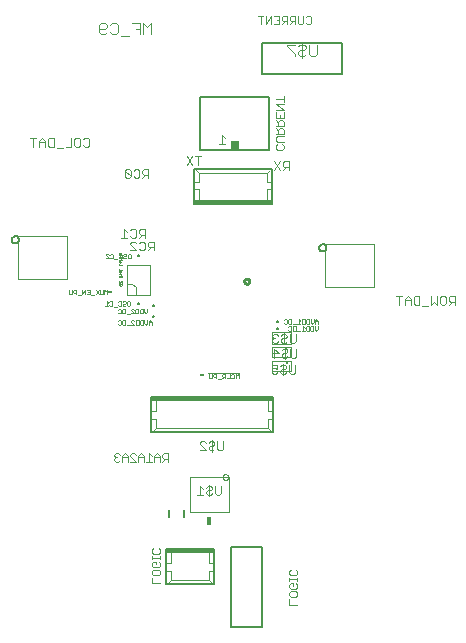
<source format=gbo>
G75*
%MOIN*%
%OFA0B0*%
%FSLAX24Y24*%
%IPPOS*%
%LPD*%
%AMOC8*
5,1,8,0,0,1.08239X$1,22.5*
%
%ADD10C,0.0100*%
%ADD11C,0.0030*%
%ADD12C,0.0020*%
%ADD13C,0.0010*%
%ADD14C,0.0050*%
%ADD15C,0.0008*%
%ADD16R,0.0118X0.0079*%
%ADD17C,0.0039*%
%ADD18C,0.0080*%
%ADD19R,0.4035X0.0148*%
%ADD20C,0.0059*%
%ADD21C,0.0004*%
%ADD22R,0.0250X0.0250*%
%ADD23C,0.0060*%
%ADD24R,0.0160X0.0280*%
%ADD25R,0.1575X0.0148*%
%ADD26R,0.2559X0.0148*%
D10*
X014879Y019158D02*
X014881Y019176D01*
X014886Y019193D01*
X014895Y019208D01*
X014907Y019221D01*
X014921Y019232D01*
X014938Y019239D01*
X014955Y019243D01*
X014973Y019243D01*
X014990Y019239D01*
X015006Y019232D01*
X015021Y019221D01*
X015033Y019208D01*
X015042Y019193D01*
X015047Y019176D01*
X015049Y019158D01*
X015047Y019140D01*
X015042Y019123D01*
X015033Y019108D01*
X015021Y019095D01*
X015007Y019084D01*
X014990Y019077D01*
X014973Y019073D01*
X014955Y019073D01*
X014938Y019077D01*
X014922Y019084D01*
X014907Y019095D01*
X014895Y019108D01*
X014886Y019123D01*
X014881Y019140D01*
X014879Y019158D01*
D11*
X015858Y017395D02*
X015810Y017347D01*
X015810Y017299D01*
X015858Y017250D01*
X015810Y017202D01*
X015810Y017154D01*
X015858Y017105D01*
X015955Y017105D01*
X016003Y017154D01*
X016104Y017154D02*
X016104Y017202D01*
X016153Y017250D01*
X016249Y017250D01*
X016298Y017299D01*
X016298Y017347D01*
X016249Y017395D01*
X016153Y017395D01*
X016104Y017347D01*
X016003Y017347D02*
X015955Y017395D01*
X015858Y017395D01*
X015858Y017250D02*
X015906Y017250D01*
X016104Y017154D02*
X016153Y017105D01*
X016249Y017105D01*
X016298Y017154D01*
X016399Y017154D02*
X016399Y017395D01*
X016592Y017395D02*
X016592Y017154D01*
X016544Y017105D01*
X016447Y017105D01*
X016399Y017154D01*
X016201Y017057D02*
X016201Y017444D01*
X016221Y016952D02*
X016221Y016565D01*
X016269Y016613D02*
X016172Y016613D01*
X016124Y016661D01*
X016124Y016710D01*
X016172Y016758D01*
X016269Y016758D01*
X016318Y016807D01*
X016318Y016855D01*
X016269Y016903D01*
X016172Y016903D01*
X016124Y016855D01*
X016023Y016758D02*
X015829Y016758D01*
X015878Y016613D02*
X015878Y016903D01*
X016023Y016758D01*
X016269Y016613D02*
X016318Y016661D01*
X016419Y016661D02*
X016419Y016903D01*
X016612Y016903D02*
X016612Y016661D01*
X016564Y016613D01*
X016467Y016613D01*
X016419Y016661D01*
X016379Y016364D02*
X016379Y016122D01*
X016428Y016074D01*
X016524Y016074D01*
X016573Y016122D01*
X016573Y016364D01*
X016278Y016316D02*
X016230Y016364D01*
X016133Y016364D01*
X016085Y016316D01*
X016133Y016219D02*
X016230Y016219D01*
X016278Y016267D01*
X016278Y016316D01*
X016181Y016412D02*
X016181Y016025D01*
X016133Y016074D02*
X016085Y016122D01*
X016085Y016170D01*
X016133Y016219D01*
X016133Y016074D02*
X016230Y016074D01*
X016278Y016122D01*
X015983Y016122D02*
X015935Y016074D01*
X015838Y016074D01*
X015790Y016122D01*
X015790Y016219D01*
X015838Y016267D01*
X015887Y016267D01*
X015983Y016219D01*
X015983Y016364D01*
X015790Y016364D01*
X013788Y013865D02*
X013788Y013478D01*
X013836Y013526D02*
X013739Y013526D01*
X013691Y013575D01*
X013691Y013623D01*
X013739Y013672D01*
X013836Y013672D01*
X013884Y013720D01*
X013884Y013768D01*
X013836Y013817D01*
X013739Y013817D01*
X013691Y013768D01*
X013590Y013768D02*
X013541Y013817D01*
X013445Y013817D01*
X013396Y013768D01*
X013396Y013720D01*
X013590Y013526D01*
X013396Y013526D01*
X013836Y013526D02*
X013884Y013575D01*
X013986Y013575D02*
X013986Y013817D01*
X014179Y013817D02*
X014179Y013575D01*
X014131Y013526D01*
X014034Y013526D01*
X013986Y013575D01*
X013709Y012377D02*
X013709Y011990D01*
X013757Y012038D02*
X013661Y012038D01*
X013612Y012087D01*
X013612Y012135D01*
X013661Y012183D01*
X013757Y012183D01*
X013806Y012232D01*
X013806Y012280D01*
X013757Y012328D01*
X013661Y012328D01*
X013612Y012280D01*
X013511Y012232D02*
X013414Y012328D01*
X013414Y012038D01*
X013318Y012038D02*
X013511Y012038D01*
X013757Y012038D02*
X013806Y012087D01*
X013907Y012087D02*
X013907Y012328D01*
X014100Y012328D02*
X014100Y012087D01*
X014052Y012038D01*
X013955Y012038D01*
X013907Y012087D01*
X020031Y018373D02*
X020031Y018663D01*
X020128Y018663D02*
X019934Y018663D01*
X020229Y018566D02*
X020229Y018373D01*
X020229Y018518D02*
X020422Y018518D01*
X020422Y018566D02*
X020326Y018663D01*
X020229Y018566D01*
X020422Y018566D02*
X020422Y018373D01*
X020524Y018421D02*
X020524Y018615D01*
X020572Y018663D01*
X020717Y018663D01*
X020717Y018373D01*
X020572Y018373D01*
X020524Y018421D01*
X020818Y018325D02*
X021012Y018325D01*
X021113Y018373D02*
X021113Y018663D01*
X021306Y018663D02*
X021306Y018373D01*
X021210Y018470D01*
X021113Y018373D01*
X021407Y018421D02*
X021407Y018615D01*
X021456Y018663D01*
X021553Y018663D01*
X021601Y018615D01*
X021601Y018421D01*
X021553Y018373D01*
X021456Y018373D01*
X021407Y018421D01*
X021702Y018373D02*
X021799Y018470D01*
X021751Y018470D02*
X021896Y018470D01*
X021896Y018373D02*
X021896Y018663D01*
X021751Y018663D01*
X021702Y018615D01*
X021702Y018518D01*
X021751Y018470D01*
X016364Y022869D02*
X016364Y023159D01*
X016219Y023159D01*
X016171Y023111D01*
X016171Y023014D01*
X016219Y022966D01*
X016364Y022966D01*
X016267Y022966D02*
X016171Y022869D01*
X016069Y022869D02*
X015876Y023159D01*
X016069Y023159D02*
X015876Y022869D01*
X014222Y023744D02*
X014028Y023744D01*
X014125Y023744D02*
X014125Y024034D01*
X014222Y023937D01*
X013443Y023321D02*
X013249Y023321D01*
X013346Y023321D02*
X013346Y023030D01*
X013148Y023030D02*
X012955Y023321D01*
X013148Y023321D02*
X012955Y023030D01*
X011679Y022895D02*
X011679Y022605D01*
X011679Y022702D02*
X011534Y022702D01*
X011486Y022750D01*
X011486Y022847D01*
X011534Y022895D01*
X011679Y022895D01*
X011582Y022702D02*
X011486Y022605D01*
X011384Y022654D02*
X011384Y022847D01*
X011336Y022895D01*
X011239Y022895D01*
X011191Y022847D01*
X011090Y022847D02*
X011041Y022895D01*
X010945Y022895D01*
X010896Y022847D01*
X011090Y022654D01*
X011041Y022605D01*
X010945Y022605D01*
X010896Y022654D01*
X010896Y022847D01*
X011090Y022847D02*
X011090Y022654D01*
X011191Y022654D02*
X011239Y022605D01*
X011336Y022605D01*
X011384Y022654D01*
X009707Y023693D02*
X009658Y023645D01*
X009562Y023645D01*
X009513Y023693D01*
X009412Y023693D02*
X009364Y023645D01*
X009267Y023645D01*
X009219Y023693D01*
X009219Y023886D01*
X009267Y023935D01*
X009364Y023935D01*
X009412Y023886D01*
X009412Y023693D01*
X009513Y023886D02*
X009562Y023935D01*
X009658Y023935D01*
X009707Y023886D01*
X009707Y023693D01*
X009117Y023645D02*
X008924Y023645D01*
X008823Y023596D02*
X008629Y023596D01*
X008528Y023645D02*
X008383Y023645D01*
X008335Y023693D01*
X008335Y023886D01*
X008383Y023935D01*
X008528Y023935D01*
X008528Y023645D01*
X008233Y023645D02*
X008233Y023838D01*
X008137Y023935D01*
X008040Y023838D01*
X008040Y023645D01*
X008040Y023790D02*
X008233Y023790D01*
X007939Y023935D02*
X007745Y023935D01*
X007842Y023935D02*
X007842Y023645D01*
X009117Y023645D02*
X009117Y023935D01*
X010879Y020899D02*
X010879Y020609D01*
X010976Y020609D02*
X010782Y020609D01*
X010976Y020803D02*
X010879Y020899D01*
X011077Y020851D02*
X011125Y020899D01*
X011222Y020899D01*
X011270Y020851D01*
X011270Y020657D01*
X011222Y020609D01*
X011125Y020609D01*
X011077Y020657D01*
X011126Y020478D02*
X011077Y020430D01*
X011077Y020381D01*
X011271Y020188D01*
X011077Y020188D01*
X011126Y020478D02*
X011223Y020478D01*
X011271Y020430D01*
X011372Y020430D02*
X011420Y020478D01*
X011517Y020478D01*
X011566Y020430D01*
X011566Y020236D01*
X011517Y020188D01*
X011420Y020188D01*
X011372Y020236D01*
X011667Y020188D02*
X011763Y020285D01*
X011715Y020285D02*
X011860Y020285D01*
X011860Y020188D02*
X011860Y020478D01*
X011715Y020478D01*
X011667Y020430D01*
X011667Y020333D01*
X011715Y020285D01*
X011565Y020609D02*
X011565Y020899D01*
X011420Y020899D01*
X011371Y020851D01*
X011371Y020754D01*
X011420Y020706D01*
X011565Y020706D01*
X011468Y020706D02*
X011371Y020609D01*
X016561Y026676D02*
X016561Y026738D01*
X016314Y026985D01*
X016314Y027046D01*
X016561Y027046D01*
X016682Y026985D02*
X016744Y027046D01*
X016867Y027046D01*
X016929Y026985D01*
X016929Y026923D01*
X016867Y026861D01*
X016744Y026861D01*
X016682Y026799D01*
X016682Y026738D01*
X016744Y026676D01*
X016867Y026676D01*
X016929Y026738D01*
X017050Y026738D02*
X017050Y027046D01*
X017297Y027046D02*
X017297Y026738D01*
X017235Y026676D01*
X017112Y026676D01*
X017050Y026738D01*
X016805Y026614D02*
X016805Y027108D01*
X011762Y027389D02*
X011762Y027759D01*
X011638Y027635D01*
X011515Y027759D01*
X011515Y027389D01*
X011393Y027389D02*
X011393Y027759D01*
X011147Y027759D01*
X011270Y027574D02*
X011393Y027574D01*
X011025Y027327D02*
X010778Y027327D01*
X010657Y027450D02*
X010595Y027389D01*
X010472Y027389D01*
X010410Y027450D01*
X010289Y027450D02*
X010227Y027389D01*
X010103Y027389D01*
X010042Y027450D01*
X010042Y027697D01*
X010103Y027759D01*
X010227Y027759D01*
X010289Y027697D01*
X010289Y027635D01*
X010227Y027574D01*
X010042Y027574D01*
X010410Y027697D02*
X010472Y027759D01*
X010595Y027759D01*
X010657Y027697D01*
X010657Y027450D01*
D12*
X011806Y009280D02*
X011806Y009100D01*
X012077Y009100D01*
X012334Y009108D02*
X012432Y009206D01*
X013712Y009206D01*
X013810Y009108D01*
X013712Y009206D02*
X013712Y009502D01*
X013859Y009502D01*
X013859Y009748D02*
X013712Y009748D01*
X013712Y010141D01*
X012432Y010141D02*
X012432Y009748D01*
X012285Y009748D01*
X012077Y009769D02*
X012077Y009679D01*
X012032Y009634D01*
X011851Y009634D01*
X011806Y009679D01*
X011806Y009769D01*
X011851Y009814D01*
X011942Y009814D01*
X011942Y009724D01*
X012032Y009814D02*
X012077Y009769D01*
X012077Y009901D02*
X012077Y009991D01*
X012077Y009946D02*
X011806Y009946D01*
X011806Y009901D02*
X011806Y009991D01*
X011851Y010079D02*
X011806Y010124D01*
X011806Y010214D01*
X011851Y010259D01*
X011851Y010079D02*
X012032Y010079D01*
X012077Y010124D01*
X012077Y010214D01*
X012032Y010259D01*
X012032Y009547D02*
X011851Y009547D01*
X011806Y009502D01*
X011806Y009412D01*
X011851Y009367D01*
X012032Y009367D01*
X012077Y009412D01*
X012077Y009502D01*
X012032Y009547D01*
X012285Y009502D02*
X012432Y009502D01*
X012432Y009206D01*
X016377Y009218D02*
X016648Y009218D01*
X016648Y009173D02*
X016648Y009263D01*
X016603Y009351D02*
X016422Y009351D01*
X016377Y009396D01*
X016377Y009486D01*
X016422Y009531D01*
X016603Y009531D02*
X016648Y009486D01*
X016648Y009396D01*
X016603Y009351D01*
X016377Y009263D02*
X016377Y009173D01*
X016422Y009086D02*
X016512Y009086D01*
X016512Y008996D01*
X016422Y009086D02*
X016377Y009041D01*
X016377Y008951D01*
X016422Y008906D01*
X016603Y008906D01*
X016648Y008951D01*
X016648Y009041D01*
X016603Y009086D01*
X016603Y008819D02*
X016422Y008819D01*
X016377Y008774D01*
X016377Y008684D01*
X016422Y008639D01*
X016603Y008639D01*
X016648Y008684D01*
X016648Y008774D01*
X016603Y008819D01*
X016377Y008552D02*
X016377Y008372D01*
X016648Y008372D01*
X012326Y013147D02*
X012326Y013418D01*
X012191Y013418D01*
X012146Y013373D01*
X012146Y013283D01*
X012191Y013237D01*
X012326Y013237D01*
X012236Y013237D02*
X012146Y013147D01*
X012059Y013147D02*
X012059Y013328D01*
X011969Y013418D01*
X011879Y013328D01*
X011879Y013147D01*
X011792Y013147D02*
X011612Y013147D01*
X011525Y013147D02*
X011525Y013328D01*
X011435Y013418D01*
X011345Y013328D01*
X011345Y013147D01*
X011258Y013147D02*
X011078Y013328D01*
X011078Y013373D01*
X011123Y013418D01*
X011213Y013418D01*
X011258Y013373D01*
X011345Y013283D02*
X011525Y013283D01*
X011702Y013418D02*
X011702Y013147D01*
X011792Y013328D02*
X011702Y013418D01*
X011879Y013283D02*
X012059Y013283D01*
X011258Y013147D02*
X011078Y013147D01*
X010991Y013147D02*
X010991Y013328D01*
X010901Y013418D01*
X010811Y013328D01*
X010811Y013147D01*
X010724Y013192D02*
X010679Y013147D01*
X010589Y013147D01*
X010544Y013192D01*
X010544Y013237D01*
X010589Y013283D01*
X010634Y013283D01*
X010589Y013283D02*
X010544Y013328D01*
X010544Y013373D01*
X010589Y013418D01*
X010679Y013418D01*
X010724Y013373D01*
X010811Y013283D02*
X010991Y013283D01*
X011829Y014178D02*
X011927Y014277D01*
X015667Y014277D01*
X015766Y014178D01*
X015667Y014277D02*
X015667Y014572D01*
X015815Y014572D01*
X015815Y014818D02*
X015667Y014818D01*
X015667Y015212D01*
X011927Y015212D02*
X011927Y014818D01*
X011779Y014818D01*
X011779Y014572D02*
X011927Y014572D01*
X011927Y014277D01*
X013369Y021830D02*
X013369Y022224D01*
X013222Y022224D01*
X013222Y022470D02*
X013369Y022470D01*
X013369Y022765D01*
X013271Y022864D01*
X013369Y022765D02*
X015633Y022765D01*
X015731Y022864D01*
X015633Y022765D02*
X015633Y022470D01*
X015781Y022470D01*
X015781Y022224D02*
X015633Y022224D01*
X015633Y021830D01*
X015966Y023537D02*
X015921Y023582D01*
X015921Y023672D01*
X015966Y023717D01*
X015966Y023804D02*
X015921Y023849D01*
X015921Y023939D01*
X015966Y023984D01*
X016191Y023984D01*
X016191Y024071D02*
X016191Y024206D01*
X016146Y024251D01*
X016056Y024251D01*
X016011Y024206D01*
X016011Y024071D01*
X016011Y024161D02*
X015921Y024251D01*
X015921Y024338D02*
X016191Y024338D01*
X016191Y024473D01*
X016146Y024518D01*
X016056Y024518D01*
X016011Y024473D01*
X016011Y024338D01*
X016011Y024428D02*
X015921Y024518D01*
X015921Y024605D02*
X015921Y024785D01*
X015921Y024872D02*
X016191Y024872D01*
X015921Y025052D01*
X016191Y025052D01*
X016191Y025139D02*
X016191Y025319D01*
X016191Y025229D02*
X015921Y025229D01*
X016191Y024785D02*
X016191Y024605D01*
X015921Y024605D01*
X016056Y024605D02*
X016056Y024695D01*
X015921Y024071D02*
X016191Y024071D01*
X016191Y023804D02*
X015966Y023804D01*
X016146Y023717D02*
X016191Y023672D01*
X016191Y023582D01*
X016146Y023537D01*
X015966Y023537D01*
X016044Y027731D02*
X015864Y027731D01*
X015777Y027731D02*
X015777Y028002D01*
X015597Y027731D01*
X015597Y028002D01*
X015510Y028002D02*
X015330Y028002D01*
X015420Y028002D02*
X015420Y027731D01*
X015864Y028002D02*
X016044Y028002D01*
X016044Y027731D01*
X016131Y027731D02*
X016221Y027821D01*
X016176Y027821D02*
X016311Y027821D01*
X016311Y027731D02*
X016311Y028002D01*
X016176Y028002D01*
X016131Y027957D01*
X016131Y027867D01*
X016176Y027821D01*
X016044Y027867D02*
X015954Y027867D01*
X016398Y027867D02*
X016443Y027821D01*
X016578Y027821D01*
X016578Y027731D02*
X016578Y028002D01*
X016443Y028002D01*
X016398Y027957D01*
X016398Y027867D01*
X016488Y027821D02*
X016398Y027731D01*
X016665Y027776D02*
X016665Y028002D01*
X016845Y028002D02*
X016845Y027776D01*
X016800Y027731D01*
X016710Y027731D01*
X016665Y027776D01*
X016932Y027776D02*
X016977Y027731D01*
X017067Y027731D01*
X017112Y027776D01*
X017112Y027957D01*
X017067Y028002D01*
X016977Y028002D01*
X016932Y027957D01*
D13*
X011070Y020072D02*
X011095Y020047D01*
X011095Y019947D01*
X011070Y019922D01*
X011020Y019922D01*
X010995Y019947D01*
X010995Y020047D01*
X011020Y020072D01*
X011070Y020072D01*
X010947Y020047D02*
X010947Y020022D01*
X010922Y019997D01*
X010872Y019997D01*
X010847Y019972D01*
X010847Y019947D01*
X010872Y019922D01*
X010922Y019922D01*
X010947Y019947D01*
X010947Y020047D02*
X010922Y020072D01*
X010872Y020072D01*
X010847Y020047D01*
X010800Y020047D02*
X010800Y019947D01*
X010775Y019922D01*
X010725Y019922D01*
X010700Y019947D01*
X010706Y019959D02*
X010797Y019959D01*
X010797Y019927D02*
X010706Y019927D01*
X010752Y019959D02*
X010752Y020019D01*
X010767Y020051D02*
X010767Y020111D01*
X010706Y020051D01*
X010706Y020111D01*
X010725Y020072D02*
X010775Y020072D01*
X010800Y020047D01*
X010797Y020019D02*
X010706Y020019D01*
X010700Y020047D02*
X010725Y020072D01*
X010797Y019927D02*
X010767Y019897D01*
X010797Y019867D01*
X010706Y019867D01*
X010722Y019835D02*
X010737Y019835D01*
X010752Y019820D01*
X010752Y019775D01*
X010722Y019775D01*
X010706Y019790D01*
X010706Y019820D01*
X010722Y019835D01*
X010782Y019805D02*
X010752Y019775D01*
X010782Y019805D02*
X010797Y019835D01*
X010797Y019713D02*
X010706Y019713D01*
X010706Y019683D02*
X010706Y019743D01*
X010767Y019683D02*
X010797Y019713D01*
X010797Y019544D02*
X010706Y019544D01*
X010706Y019529D02*
X010706Y019559D01*
X010706Y019497D02*
X010706Y019452D01*
X010722Y019437D01*
X010737Y019452D01*
X010737Y019497D01*
X010752Y019497D02*
X010706Y019497D01*
X010752Y019497D02*
X010767Y019482D01*
X010767Y019452D01*
X010767Y019406D02*
X010767Y019376D01*
X010782Y019391D02*
X010722Y019391D01*
X010706Y019406D01*
X010706Y019344D02*
X010797Y019284D01*
X010797Y019344D02*
X010706Y019284D01*
X010706Y019159D02*
X010706Y019099D01*
X010722Y019099D01*
X010782Y019159D01*
X010797Y019159D01*
X010797Y019099D01*
X010782Y019067D02*
X010797Y019052D01*
X010797Y019022D01*
X010782Y019007D01*
X010767Y019007D01*
X010752Y019022D01*
X010752Y019052D01*
X010737Y019067D01*
X010722Y019067D01*
X010706Y019052D01*
X010706Y019022D01*
X010722Y019007D01*
X010737Y019007D01*
X010752Y019022D01*
X010752Y019052D02*
X010767Y019067D01*
X010782Y019067D01*
X010797Y019529D02*
X010797Y019544D01*
X010653Y019897D02*
X010553Y019897D01*
X010505Y019947D02*
X010480Y019922D01*
X010430Y019922D01*
X010405Y019947D01*
X010358Y019922D02*
X010258Y020022D01*
X010258Y020047D01*
X010283Y020072D01*
X010333Y020072D01*
X010358Y020047D01*
X010405Y020047D02*
X010430Y020072D01*
X010480Y020072D01*
X010505Y020047D01*
X010505Y019947D01*
X010358Y019922D02*
X010258Y019922D01*
X010215Y018867D02*
X010215Y018717D01*
X010168Y018742D02*
X010143Y018717D01*
X010093Y018717D01*
X010068Y018742D01*
X010068Y018867D01*
X010020Y018867D02*
X009920Y018717D01*
X009873Y018692D02*
X009773Y018692D01*
X009726Y018717D02*
X009626Y018717D01*
X009578Y018717D02*
X009578Y018867D01*
X009478Y018717D01*
X009478Y018867D01*
X009626Y018867D02*
X009726Y018867D01*
X009726Y018717D01*
X009726Y018792D02*
X009676Y018792D01*
X009920Y018867D02*
X010020Y018717D01*
X010168Y018742D02*
X010168Y018867D01*
X010215Y018867D02*
X010265Y018817D01*
X010315Y018867D01*
X010315Y018717D01*
X010288Y018482D02*
X010288Y018331D01*
X010338Y018331D02*
X010238Y018331D01*
X010338Y018431D02*
X010288Y018482D01*
X010386Y018456D02*
X010411Y018482D01*
X010461Y018482D01*
X010486Y018456D01*
X010486Y018356D01*
X010461Y018331D01*
X010411Y018331D01*
X010386Y018356D01*
X010533Y018306D02*
X010633Y018306D01*
X010680Y018356D02*
X010705Y018331D01*
X010755Y018331D01*
X010780Y018356D01*
X010780Y018456D01*
X010755Y018482D01*
X010705Y018482D01*
X010680Y018456D01*
X010828Y018456D02*
X010853Y018482D01*
X010903Y018482D01*
X010928Y018456D01*
X010928Y018431D01*
X010903Y018406D01*
X010853Y018406D01*
X010828Y018381D01*
X010828Y018356D01*
X010853Y018331D01*
X010903Y018331D01*
X010928Y018356D01*
X010975Y018356D02*
X010975Y018456D01*
X011000Y018482D01*
X011050Y018482D01*
X011075Y018456D01*
X011075Y018356D01*
X011050Y018331D01*
X011000Y018331D01*
X010975Y018356D01*
X010909Y018237D02*
X010834Y018237D01*
X010809Y018212D01*
X010809Y018112D01*
X010834Y018087D01*
X010909Y018087D01*
X010909Y018237D01*
X010762Y018212D02*
X010762Y018112D01*
X010737Y018087D01*
X010687Y018087D01*
X010662Y018112D01*
X010662Y018212D02*
X010687Y018237D01*
X010737Y018237D01*
X010762Y018212D01*
X010956Y018062D02*
X011056Y018062D01*
X011104Y018087D02*
X011204Y018087D01*
X011104Y018187D01*
X011104Y018212D01*
X011129Y018237D01*
X011179Y018237D01*
X011204Y018212D01*
X011251Y018212D02*
X011276Y018237D01*
X011351Y018237D01*
X011351Y018087D01*
X011276Y018087D01*
X011251Y018112D01*
X011251Y018212D01*
X011398Y018212D02*
X011398Y018112D01*
X011423Y018087D01*
X011498Y018087D01*
X011498Y018237D01*
X011423Y018237D01*
X011398Y018212D01*
X011546Y018237D02*
X011546Y018137D01*
X011596Y018087D01*
X011646Y018137D01*
X011646Y018237D01*
X011652Y017859D02*
X011652Y017759D01*
X011602Y017709D01*
X011552Y017759D01*
X011552Y017859D01*
X011505Y017859D02*
X011430Y017859D01*
X011405Y017834D01*
X011405Y017734D01*
X011430Y017709D01*
X011505Y017709D01*
X011505Y017859D01*
X011357Y017859D02*
X011282Y017859D01*
X011257Y017834D01*
X011257Y017734D01*
X011282Y017709D01*
X011357Y017709D01*
X011357Y017859D01*
X011210Y017834D02*
X011185Y017859D01*
X011135Y017859D01*
X011110Y017834D01*
X011110Y017809D01*
X011210Y017709D01*
X011110Y017709D01*
X011063Y017684D02*
X010963Y017684D01*
X010915Y017709D02*
X010840Y017709D01*
X010815Y017734D01*
X010815Y017834D01*
X010840Y017859D01*
X010915Y017859D01*
X010915Y017709D01*
X010768Y017734D02*
X010743Y017709D01*
X010693Y017709D01*
X010668Y017734D01*
X010768Y017734D02*
X010768Y017834D01*
X010743Y017859D01*
X010693Y017859D01*
X010668Y017834D01*
X011699Y017809D02*
X011699Y017709D01*
X011699Y017784D02*
X011799Y017784D01*
X011799Y017809D02*
X011749Y017859D01*
X011699Y017809D01*
X011799Y017809D02*
X011799Y017709D01*
X013663Y016088D02*
X014694Y016088D01*
X014689Y016068D02*
X014639Y016018D01*
X014589Y016068D01*
X014589Y015918D01*
X014542Y015943D02*
X014517Y015918D01*
X014467Y015918D01*
X014442Y015943D01*
X014394Y015918D02*
X014294Y015918D01*
X014247Y015918D02*
X014247Y016068D01*
X014172Y016068D01*
X014147Y016043D01*
X014147Y015993D01*
X014172Y015968D01*
X014247Y015968D01*
X014197Y015968D02*
X014147Y015918D01*
X014100Y015893D02*
X014000Y015893D01*
X013952Y015918D02*
X013952Y016068D01*
X013877Y016068D01*
X013852Y016043D01*
X013852Y015993D01*
X013877Y015968D01*
X013952Y015968D01*
X013805Y015943D02*
X013780Y015918D01*
X013730Y015918D01*
X013705Y015943D01*
X013705Y016068D01*
X013805Y016068D02*
X013805Y015943D01*
X014394Y015918D02*
X014394Y016068D01*
X014442Y016043D02*
X014467Y016068D01*
X014517Y016068D01*
X014542Y016043D01*
X014542Y015943D01*
X014689Y015918D02*
X014689Y016068D01*
X016347Y017534D02*
X016372Y017509D01*
X016422Y017509D01*
X016447Y017534D01*
X016447Y017634D01*
X016422Y017659D01*
X016372Y017659D01*
X016347Y017634D01*
X016376Y017745D02*
X016351Y017770D01*
X016351Y017870D01*
X016376Y017895D01*
X016451Y017895D01*
X016451Y017745D01*
X016376Y017745D01*
X016303Y017770D02*
X016278Y017745D01*
X016228Y017745D01*
X016203Y017770D01*
X016203Y017870D02*
X016228Y017895D01*
X016278Y017895D01*
X016303Y017870D01*
X016303Y017770D01*
X016498Y017720D02*
X016598Y017720D01*
X016645Y017745D02*
X016745Y017745D01*
X016695Y017745D02*
X016695Y017895D01*
X016745Y017845D01*
X016793Y017870D02*
X016818Y017895D01*
X016893Y017895D01*
X016893Y017745D01*
X016818Y017745D01*
X016793Y017770D01*
X016793Y017870D01*
X016940Y017870D02*
X016965Y017895D01*
X017040Y017895D01*
X017040Y017745D01*
X016965Y017745D01*
X016940Y017770D01*
X016940Y017870D01*
X017087Y017895D02*
X017087Y017795D01*
X017137Y017745D01*
X017187Y017795D01*
X017187Y017895D01*
X017235Y017845D02*
X017285Y017895D01*
X017335Y017845D01*
X017335Y017745D01*
X017335Y017820D02*
X017235Y017820D01*
X017235Y017845D02*
X017235Y017745D01*
X017231Y017659D02*
X017231Y017559D01*
X017281Y017509D01*
X017331Y017559D01*
X017331Y017659D01*
X017184Y017659D02*
X017108Y017659D01*
X017083Y017634D01*
X017083Y017534D01*
X017108Y017509D01*
X017184Y017509D01*
X017184Y017659D01*
X017036Y017659D02*
X017036Y017509D01*
X016961Y017509D01*
X016936Y017534D01*
X016936Y017634D01*
X016961Y017659D01*
X017036Y017659D01*
X016889Y017609D02*
X016839Y017659D01*
X016839Y017509D01*
X016889Y017509D02*
X016789Y017509D01*
X016742Y017484D02*
X016641Y017484D01*
X016594Y017509D02*
X016519Y017509D01*
X016494Y017534D01*
X016494Y017634D01*
X016519Y017659D01*
X016594Y017659D01*
X016594Y017509D01*
X009431Y018692D02*
X009331Y018692D01*
X009284Y018717D02*
X009284Y018867D01*
X009209Y018867D01*
X009184Y018842D01*
X009184Y018792D01*
X009209Y018767D01*
X009284Y018767D01*
X009136Y018742D02*
X009111Y018717D01*
X009061Y018717D01*
X009036Y018742D01*
X009036Y018867D01*
X009136Y018867D02*
X009136Y018742D01*
D14*
X007132Y020540D02*
X007134Y020562D01*
X007140Y020583D01*
X007149Y020602D01*
X007162Y020620D01*
X007178Y020635D01*
X007196Y020647D01*
X007216Y020655D01*
X007237Y020660D01*
X007258Y020661D01*
X007280Y020658D01*
X007301Y020651D01*
X007320Y020641D01*
X007337Y020627D01*
X007351Y020611D01*
X007362Y020592D01*
X007370Y020572D01*
X007374Y020551D01*
X007374Y020529D01*
X007370Y020508D01*
X007362Y020488D01*
X007351Y020469D01*
X007337Y020453D01*
X007320Y020439D01*
X007301Y020429D01*
X007280Y020422D01*
X007258Y020419D01*
X007237Y020420D01*
X007216Y020425D01*
X007196Y020433D01*
X007178Y020445D01*
X007162Y020460D01*
X007149Y020478D01*
X007140Y020497D01*
X007134Y020518D01*
X007132Y020540D01*
X013410Y023539D02*
X015713Y023539D01*
X015713Y025310D01*
X013410Y025310D01*
X013410Y023539D01*
X015458Y026060D02*
X015458Y027083D01*
X018135Y027083D01*
X018135Y026060D01*
X015458Y026060D01*
X017372Y020270D02*
X017374Y020292D01*
X017380Y020313D01*
X017389Y020332D01*
X017402Y020350D01*
X017418Y020365D01*
X017436Y020377D01*
X017456Y020385D01*
X017477Y020390D01*
X017498Y020391D01*
X017520Y020388D01*
X017541Y020381D01*
X017560Y020371D01*
X017577Y020357D01*
X017591Y020341D01*
X017602Y020322D01*
X017610Y020302D01*
X017614Y020281D01*
X017614Y020259D01*
X017610Y020238D01*
X017602Y020218D01*
X017591Y020199D01*
X017577Y020183D01*
X017560Y020169D01*
X017541Y020159D01*
X017520Y020152D01*
X017498Y020149D01*
X017477Y020150D01*
X017456Y020155D01*
X017436Y020163D01*
X017418Y020175D01*
X017402Y020190D01*
X017389Y020208D01*
X017380Y020227D01*
X017374Y020248D01*
X017372Y020270D01*
X015455Y010310D02*
X014431Y010310D01*
X014431Y007633D01*
X015455Y007633D01*
X015455Y010310D01*
D15*
X017577Y018969D02*
X019211Y018969D01*
X019211Y020406D01*
X017577Y020406D01*
X017577Y018969D01*
X008971Y019239D02*
X008971Y020676D01*
X007337Y020676D01*
X007337Y019239D01*
X008971Y019239D01*
D16*
X010415Y018814D03*
X013468Y016027D03*
D17*
X011746Y018714D02*
X010959Y018714D01*
X010959Y019699D01*
X011746Y019699D01*
X011746Y018714D01*
X011254Y018734D02*
X011254Y018951D01*
X011136Y019069D01*
X010979Y019069D01*
X014156Y012629D02*
X014158Y012648D01*
X014164Y012666D01*
X014173Y012682D01*
X014185Y012696D01*
X014200Y012708D01*
X014217Y012716D01*
X014235Y012721D01*
X014254Y012722D01*
X014272Y012719D01*
X014290Y012712D01*
X014306Y012703D01*
X014320Y012690D01*
X014330Y012674D01*
X014338Y012657D01*
X014342Y012638D01*
X014342Y012620D01*
X014338Y012601D01*
X014330Y012584D01*
X014320Y012568D01*
X014306Y012555D01*
X014290Y012546D01*
X014272Y012539D01*
X014254Y012536D01*
X014235Y012537D01*
X014217Y012542D01*
X014200Y012550D01*
X014185Y012562D01*
X014173Y012576D01*
X014164Y012592D01*
X014158Y012610D01*
X014156Y012629D01*
D18*
X015825Y014129D02*
X011770Y014129D01*
X011770Y015310D01*
X015825Y015310D01*
X015825Y014129D01*
X013869Y010240D02*
X012275Y010240D01*
X012275Y009059D01*
X013869Y009059D01*
X013869Y010240D01*
X013212Y021732D02*
X013212Y022913D01*
X015791Y022913D01*
X015791Y021732D01*
X013212Y021732D01*
D19*
X013797Y015236D03*
D20*
X015973Y017582D02*
X015975Y017589D01*
X015980Y017594D01*
X015987Y017596D01*
X015994Y017594D01*
X015999Y017589D01*
X016001Y017582D01*
X015999Y017575D01*
X015994Y017570D01*
X015987Y017568D01*
X015980Y017570D01*
X015975Y017575D01*
X015973Y017582D01*
X015979Y017806D02*
X015981Y017813D01*
X015986Y017818D01*
X015993Y017820D01*
X016000Y017818D01*
X016005Y017813D01*
X016007Y017806D01*
X016005Y017799D01*
X016000Y017794D01*
X015993Y017792D01*
X015986Y017794D01*
X015981Y017799D01*
X015979Y017806D01*
X011832Y017988D02*
X011834Y017995D01*
X011839Y018000D01*
X011846Y018002D01*
X011853Y018000D01*
X011858Y017995D01*
X011860Y017988D01*
X011858Y017981D01*
X011853Y017976D01*
X011846Y017974D01*
X011839Y017976D01*
X011834Y017981D01*
X011832Y017988D01*
X011833Y018334D02*
X011835Y018341D01*
X011840Y018346D01*
X011847Y018348D01*
X011854Y018346D01*
X011859Y018341D01*
X011861Y018334D01*
X011859Y018327D01*
X011854Y018322D01*
X011847Y018320D01*
X011840Y018322D01*
X011835Y018327D01*
X011833Y018334D01*
X011331Y018414D02*
X011333Y018421D01*
X011338Y018426D01*
X011345Y018428D01*
X011352Y018426D01*
X011357Y018421D01*
X011359Y018414D01*
X011357Y018407D01*
X011352Y018402D01*
X011345Y018400D01*
X011338Y018402D01*
X011333Y018407D01*
X011331Y018414D01*
X011347Y020008D02*
X011349Y020015D01*
X011354Y020020D01*
X011361Y020022D01*
X011368Y020020D01*
X011373Y020015D01*
X011375Y020008D01*
X011373Y020001D01*
X011368Y019996D01*
X011361Y019994D01*
X011354Y019996D01*
X011349Y020001D01*
X011347Y020008D01*
D21*
X015819Y017465D02*
X015819Y017071D01*
X016449Y017071D01*
X016449Y017465D01*
X015819Y017465D01*
X015819Y016963D02*
X015819Y016633D01*
X016449Y016633D01*
X016449Y016963D01*
X015819Y016963D01*
X015819Y016483D02*
X015819Y016153D01*
X016449Y016153D01*
X016449Y016483D01*
X015819Y016483D01*
X016264Y016476D02*
X016264Y016448D01*
X016268Y016448D01*
X016295Y016476D01*
X016264Y016448D02*
X016295Y016417D01*
X016264Y016417D02*
X016264Y016448D01*
X016264Y016897D02*
X016264Y016928D01*
X016268Y016928D01*
X016295Y016956D01*
X016264Y016956D02*
X016264Y016928D01*
X016295Y016897D01*
X016279Y017083D02*
X016279Y017122D01*
X016276Y017103D02*
X016256Y017083D01*
X016276Y017103D02*
X016256Y017122D01*
X014359Y012641D02*
X013056Y012641D01*
X013056Y011475D01*
X014359Y011475D01*
X014359Y012641D01*
D22*
X014581Y023686D03*
D23*
X012854Y011521D02*
X012854Y011285D01*
X012381Y011285D02*
X012381Y011521D01*
D24*
X013698Y011159D03*
D25*
X013072Y010166D03*
D26*
X014501Y021806D03*
M02*

</source>
